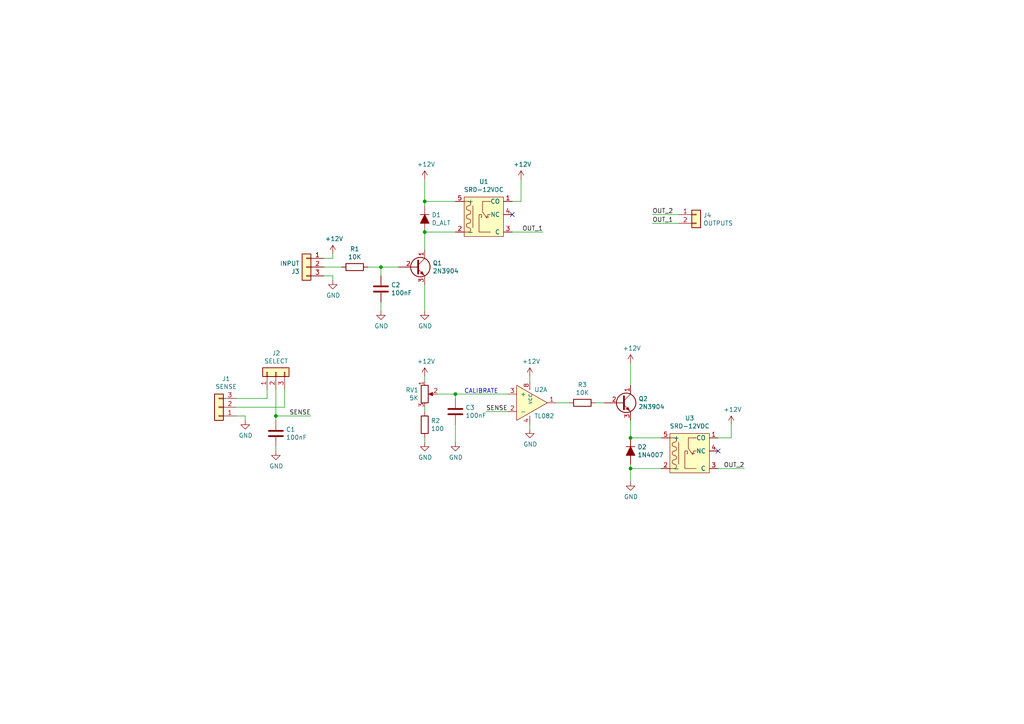
<source format=kicad_sch>
(kicad_sch (version 20211123) (generator eeschema)
  (paper "A4")
  (title_block (title "CONTROL DE BOMBAS DE GASOLINA") (date "2020-03-18") (rev "V 1.0.0") (company "MAYKOLREY.COM"))
  (lib_symbols
    (symbol "Connector_Generic:Conn_01x02" (pin_names (offset 1.016) hide)
      (property "Reference" "J" (at 0 2.54 0))
      (property "Value" "Conn_01x02" (at 0 -5.08 0))
      (symbol "Conn_01x02_1_1"
        (rectangle (start -1.27 -2.413) (end 0 -2.667) (stroke (width 0.1524)))
        (rectangle (start -1.27 0.127) (end 0 -0.127) (stroke (width 0.1524)))
        (rectangle (start -1.27 1.27) (end 1.27 -3.81) (stroke (width 0.254)) (fill (type background)))
        (pin passive line (at -5.08 0 0) (length 3.81) (name "Pin_1") (number "1"))
        (pin passive line (at -5.08 -2.54 0) (length 3.81) (name "Pin_2") (number "2"))
      )
    )
    (symbol "Connector_Generic:Conn_01x03" (pin_names (offset 1.016) hide)
      (property "Reference" "J" (at 0 5.08 0))
      (property "Value" "Conn_01x03" (at 0 -5.08 0))
      (symbol "Conn_01x03_1_1"
        (rectangle (start -1.27 -2.413) (end 0 -2.667) (stroke (width 0.1524)))
        (rectangle (start -1.27 0.127) (end 0 -0.127) (stroke (width 0.1524)))
        (rectangle (start -1.27 2.667) (end 0 2.413) (stroke (width 0.1524)))
        (rectangle (start -1.27 3.81) (end 1.27 -3.81) (stroke (width 0.254)) (fill (type background)))
        (pin passive line (at -5.08 2.54 0) (length 3.81) (name "Pin_1") (number "1"))
        (pin passive line (at -5.08 0 0) (length 3.81) (name "Pin_2") (number "2"))
        (pin passive line (at -5.08 -2.54 0) (length 3.81) (name "Pin_3") (number "3"))
      )
    )
    (symbol "Device:C" (pin_numbers hide) (pin_names (offset 0.254))
      (property "Reference" "C" (at 0.635 2.54 0))
      (property "Value" "C" (at 0.635 -2.54 0))
      (symbol "C_0_1"
        (polyline (pts (xy -2.032 -0.762) (xy 2.032 -0.762)) (stroke (width 0.508)))
        (polyline (pts (xy -2.032 0.762) (xy 2.032 0.762)) (stroke (width 0.508)))
      )
      (symbol "C_1_1"
        (pin passive line (at 0 3.81 270) (length 2.794) (name "~") (number "1"))
        (pin passive line (at 0 -3.81 90) (length 2.794) (name "~") (number "2"))
      )
    )
    (symbol "Device:Q_NPN_CBE" (pin_names (offset 0) hide)
      (property "Reference" "Q" (at 5.08 1.27 0))
      (property "Value" "Q_NPN_CBE" (at 5.08 -1.27 0))
      (symbol "Q_NPN_CBE_0_1"
        (polyline (pts (xy 0.635 0.635) (xy 2.54 2.54)))
        (polyline (pts (xy 0.635 -0.635) (xy 2.54 -2.54) (xy 2.54 -2.54)))
        (polyline (pts (xy 0.635 1.905) (xy 0.635 -1.905) (xy 0.635 -1.905)) (stroke (width 0.508)))
        (polyline (pts (xy 1.27 -1.778) (xy 1.778 -1.27) (xy 2.286 -2.286) (xy 1.27 -1.778) (xy 1.27 -1.778)) (fill (type outline)))
        (circle (center 1.27 0) (radius 2.8194) (stroke (width 0.254)))
      )
      (symbol "Q_NPN_CBE_1_1"
        (pin passive line (at 2.54 5.08 270) (length 2.54) (name "C") (number "1"))
        (pin input line (at -5.08 0 0) (length 5.715) (name "B") (number "2"))
        (pin passive line (at 2.54 -5.08 90) (length 2.54) (name "E") (number "3"))
      )
    )
    (symbol "Device:R" (pin_numbers hide) (pin_names (offset 0))
      (property "Reference" "R" (at 2.032 0 90))
      (property "Value" "R" (at 0 0 90))
      (symbol "R_0_1"
        (rectangle (start -1.016 -2.54) (end 1.016 2.54) (stroke (width 0.254)))
      )
      (symbol "R_1_1"
        (pin passive line (at 0 3.81 270) (length 1.27) (name "~") (number "1"))
        (pin passive line (at 0 -3.81 90) (length 1.27) (name "~") (number "2"))
      )
    )
    (symbol "controlDeBombas-rescue:D_ALT-Device" (pin_numbers hide) (pin_names (offset 1.016) hide)
      (property "Reference" "D" (at 0 2.54 0))
      (property "Value" "D_ALT-Device" (at 0 -2.54 0))
      (symbol "D_ALT-Device_0_1"
        (polyline (pts (xy -1.27 1.27) (xy -1.27 -1.27)) (stroke (width 0.2032)))
        (polyline (pts (xy 1.27 0) (xy -1.27 0)))
        (polyline (pts (xy 1.27 1.27) (xy 1.27 -1.27) (xy -1.27 0) (xy 1.27 1.27)) (stroke (width 0.2032)) (fill (type outline)))
      )
      (symbol "D_ALT-Device_1_1"
        (pin passive line (at -3.81 0 0) (length 2.54) (name "K") (number "1"))
        (pin passive line (at 3.81 0 180) (length 2.54) (name "A") (number "2"))
      )
    )
    (symbol "controlDeBombas-rescue:R_POT-Device" (pin_names (offset 1.016) hide)
      (property "Reference" "RV" (at -4.445 0 90))
      (property "Value" "R_POT-Device" (at -2.54 0 90))
      (symbol "R_POT-Device_0_1"
        (polyline (pts (xy 2.54 0) (xy 1.524 0)))
        (polyline (pts (xy 1.143 0) (xy 2.286 0.508) (xy 2.286 -0.508) (xy 1.143 0)) (fill (type outline)))
        (rectangle (start 1.016 2.54) (end -1.016 -2.54) (stroke (width 0.254)))
      )
      (symbol "R_POT-Device_1_1"
        (pin passive line (at 0 3.81 270) (length 1.27) (name "1") (number "1"))
        (pin passive line (at 3.81 0 180) (length 1.27) (name "2") (number "2"))
        (pin passive line (at 0 -3.81 90) (length 1.27) (name "3") (number "3"))
      )
    )
    (symbol "controlDeBombas-rescue:SRD-XXVDC-Mss_devices" (pin_names (offset 1.016))
      (property "Reference" "U" (at -2.54 -7.62 0))
      (property "Value" "SRD-XXVDC-Mss_devices" (at 0.8128 6.4008 0))
      (symbol "SRD-XXVDC-Mss_devices_0_1"
        (rectangle (start -5.08 5.08) (end 6.35 -6.35) (fill (type background)))
        (arc (start -3.81 -5.08) (mid -3.175 -4.445) (end -3.81 -3.81))
        (arc (start -3.81 -2.54) (mid -4.445 -3.175) (end -3.81 -3.81))
        (arc (start -3.81 -2.54) (mid -3.175 -1.905) (end -3.81 -1.27))
        (arc (start -3.81 0) (mid -4.445 -0.635) (end -3.81 -1.27))
        (arc (start -3.81 0) (mid -3.175 0.635) (end -3.81 1.27))
        (arc (start -3.81 2.54) (mid -4.445 1.905) (end -3.81 1.27))
        (arc (start -3.81 2.54) (mid -3.175 3.175) (end -3.81 3.81))
        (polyline (pts (xy -5.08 -5.08) (xy -3.81 -5.08)))
        (polyline (pts (xy -5.08 3.81) (xy -3.81 3.81)))
        (polyline (pts (xy -2.54 2.54) (xy -2.54 -3.81)))
        (polyline (pts (xy 0 -0.762) (xy -0.254 -0.762)))
        (polyline (pts (xy 1.4732 -0.8128) (xy 1.4224 -0.7112)))
        (polyline (pts (xy 1.778 -0.762) (xy 2.032 -0.762)))
        (polyline (pts (xy 2.286 3.81) (xy 2.54 3.81)))
        (polyline (pts (xy 1.2192 -0.6096) (xy 1.524 -0.6096) (xy 1.524 -1.016)))
        (polyline (pts (xy 1.778 -0.762) (xy 1.778 0) (xy 2.54 0)))
        (polyline (pts (xy 2.286 3.81) (xy 0.254 3.81) (xy 0.254 0.762) (xy 1.524 -1.016)))
        (polyline (pts (xy 0 -0.762) (xy 0 0) (xy -0.762 0) (xy -0.762 -5.08) (xy 2.54 -5.08)))
      )
      (symbol "SRD-XXVDC-Mss_devices_1_1"
        (pin output line (at 8.89 3.81 180) (length 2.54) (name "CO") (number "1"))
        (pin output line (at -7.62 -5.08 0) (length 2.54) (name "-") (number "2"))
        (pin output line (at 8.89 -5.08 180) (length 2.54) (name "C") (number "3"))
        (pin output line (at 8.89 0 180) (length 2.54) (name "NC") (number "4"))
        (pin output line (at -7.62 3.81 0) (length 2.54) (name "+") (number "5"))
      )
    )
    (symbol "controlDeBombas-rescue:TL082-Mss_devices" (pin_names (offset 1.016))
      (property "Reference" "U" (at 2.54 -2.54 0))
      (property "Value" "TL082-Mss_devices" (at 3.81 5.08 0))
      (symbol "TL082-Mss_devices_0_0"
        (pin input line (at 0 -6.35 90) (length 2.54) (name "~") (number "4"))
        (pin input line (at 0 6.35 270) (length 2.54) (name "vcc") (number "8"))
      )
      (symbol "TL082-Mss_devices_0_1"
        (polyline (pts (xy -3.81 5.08) (xy -3.81 -5.08) (xy 5.08 0) (xy -3.81 5.08)) (fill (type background)))
      )
      (symbol "TL082-Mss_devices_1_1"
        (pin output line (at 7.62 0 180) (length 2.54) (name "~") (number "1"))
        (pin input line (at -6.35 -2.54 0) (length 2.54) (name "-") (number "2"))
        (pin input line (at -6.35 2.54 0) (length 2.54) (name "+") (number "3"))
      )
      (symbol "TL082-Mss_devices_2_1"
        (pin input line (at -6.35 2.54 0) (length 2.54) (name "+") (number "5"))
        (pin input line (at -6.35 -2.54 0) (length 2.54) (name "-") (number "6"))
        (pin output line (at 7.62 0 180) (length 2.54) (name "~") (number "7"))
      )
    )
    (symbol "power:+12V" (power) (pin_names (offset 0))
      (property "Value" "+12V" (at 0 3.556 0))
      (symbol "+12V_0_1"
        (polyline (pts (xy -0.762 1.27) (xy 0 2.54)))
        (polyline (pts (xy 0 0) (xy 0 2.54)))
        (polyline (pts (xy 0 2.54) (xy 0.762 1.27)))
      )
      (symbol "+12V_1_1"
        (pin power_in line (at 0 0 90) (length 0) hide (name "+12V") (number "1"))
      )
    )
    (symbol "power:GND" (power) (pin_names (offset 0))
      (property "Value" "GND" (at 0 -3.81 0))
      (symbol "GND_0_1"
        (polyline (pts (xy 0 0) (xy 0 -1.27) (xy 1.27 -1.27) (xy 0 -2.54) (xy -1.27 -1.27) (xy 0 -1.27)))
      )
      (symbol "GND_1_1"
        (pin power_in line (at 0 0 270) (length 0) hide (name "GND") (number "1"))
      )
    )
  )
  (junction (at 123.19 67.31))
  (junction (at 123.19 58.42))
  (junction (at 132.08 114.3))
  (junction (at 110.49 77.47))
  (junction (at 182.88 127))
  (junction (at 182.88 135.89))
  (junction (at 80.01 120.65))
  (no_connect (at 208.28 130.81))
  (no_connect (at 148.59 62.23))
  (wire (pts (xy 77.47 115.57) (xy 77.47 113.03)))
  (wire (pts (xy 153.67 123.19) (xy 153.67 124.46)))
  (wire (pts (xy 189.23 62.23) (xy 196.85 62.23)))
  (wire (pts (xy 71.12 120.65) (xy 71.12 121.92)))
  (wire (pts (xy 123.19 52.07) (xy 123.19 58.42)))
  (wire (pts (xy 182.88 135.89) (xy 182.88 139.7)))
  (wire (pts (xy 132.08 67.31) (xy 123.19 67.31)))
  (wire (pts (xy 93.98 80.01) (xy 96.52 80.01)))
  (wire (pts (xy 151.13 58.42) (xy 148.59 58.42)))
  (wire (pts (xy 110.49 87.63) (xy 110.49 90.17)))
  (wire (pts (xy 208.28 135.89) (xy 215.9 135.89)))
  (wire (pts (xy 123.19 118.11) (xy 123.19 119.38)))
  (wire (pts (xy 123.19 58.42) (xy 123.19 59.69)))
  (wire (pts (xy 132.08 58.42) (xy 123.19 58.42)))
  (wire (pts (xy 99.06 77.47) (xy 93.98 77.47)))
  (wire (pts (xy 189.23 64.77) (xy 196.85 64.77)))
  (wire (pts (xy 212.09 123.19) (xy 212.09 127)))
  (wire (pts (xy 132.08 114.3) (xy 132.08 115.57)))
  (wire (pts (xy 182.88 121.92) (xy 182.88 127)))
  (wire (pts (xy 82.55 113.03) (xy 82.55 118.11)))
  (wire (pts (xy 123.19 109.22) (xy 123.19 110.49)))
  (wire (pts (xy 96.52 74.93) (xy 93.98 74.93)))
  (wire (pts (xy 148.59 67.31) (xy 157.48 67.31)))
  (wire (pts (xy 68.58 120.65) (xy 71.12 120.65)))
  (wire (pts (xy 191.77 127) (xy 182.88 127)))
  (wire (pts (xy 96.52 80.01) (xy 96.52 81.28)))
  (wire (pts (xy 106.68 77.47) (xy 110.49 77.47)))
  (wire (pts (xy 68.58 115.57) (xy 77.47 115.57)))
  (wire (pts (xy 165.1 116.84) (xy 161.29 116.84)))
  (wire (pts (xy 96.52 73.66) (xy 96.52 74.93)))
  (wire (pts (xy 123.19 67.31) (xy 123.19 72.39)))
  (wire (pts (xy 147.32 114.3) (xy 132.08 114.3)))
  (wire (pts (xy 140.97 119.38) (xy 147.32 119.38)))
  (wire (pts (xy 153.67 109.22) (xy 153.67 110.49)))
  (wire (pts (xy 132.08 123.19) (xy 132.08 128.27)))
  (wire (pts (xy 82.55 118.11) (xy 68.58 118.11)))
  (wire (pts (xy 123.19 82.55) (xy 123.19 90.17)))
  (wire (pts (xy 182.88 134.62) (xy 182.88 135.89)))
  (wire (pts (xy 110.49 80.01) (xy 110.49 77.47)))
  (wire (pts (xy 80.01 129.54) (xy 80.01 130.81)))
  (wire (pts (xy 182.88 105.41) (xy 182.88 111.76)))
  (wire (pts (xy 110.49 77.47) (xy 115.57 77.47)))
  (wire (pts (xy 151.13 52.07) (xy 151.13 58.42)))
  (wire (pts (xy 175.26 116.84) (xy 172.72 116.84)))
  (wire (pts (xy 127 114.3) (xy 132.08 114.3)))
  (wire (pts (xy 123.19 127) (xy 123.19 128.27)))
  (wire (pts (xy 191.77 135.89) (xy 182.88 135.89)))
  (wire (pts (xy 80.01 120.65) (xy 90.17 120.65)))
  (wire (pts (xy 80.01 120.65) (xy 80.01 121.92)))
  (wire (pts (xy 212.09 127) (xy 208.28 127)))
  (wire (pts (xy 80.01 113.03) (xy 80.01 120.65)))
  (text "CALIBRATE" (at 134.62 114.3 0) (effects (font (size 1.27 1.27)) (justify left bottom)))
  (label "OUT_2" (at 215.9 135.89 180))
  (label "OUT_1" (at 157.48 67.31 180))
  (label "OUT_2" (at 189.23 62.23 0))
  (label "SENSE" (at 90.17 120.65 180))
  (label "OUT_1" (at 189.23 64.77 0))
  (label "SENSE" (at 140.97 119.38 0))
  (symbol (lib_id "controlDeBombas-rescue:TL082-Mss_devices") (at 153.67 116.84 0) (unit 1)
    (property "Reference" "U2" (at 154.94 113.03 0) (effects (justify left)))
    (property "Value" "TL082" (at 154.94 120.65 0) (effects (justify left)))
    (property "Footprint" "Package_DIP:DIP-8_W7.62mm" (effects hide))
    (property "Datasheet" "https://www.ti.com/lit/ds/symlink/tl082-n.pdf" (effects hide))
  )
  (symbol (lib_id "Device:Q_NPN_CBE") (at 120.65 77.47 0) (unit 1)
    (property "Reference" "Q1" (at 125.476 76.3016 0) (effects (justify left)))
    (property "Value" "2N3904" (at 125.476 78.613 0) (effects (justify left)))
    (property "Footprint" "Package_TO_SOT_THT:TO-92_HandSolder" (effects hide))
  )
  (symbol (lib_id "Connector_Generic:Conn_01x03") (at 88.9 77.47 0) (mirror y) (unit 1)
    (property "Reference" "J3" (at 86.8934 78.74 0) (effects (justify left)))
    (property "Value" "INPUT" (at 86.8934 76.4286 0) (effects (justify left)))
    (property "Footprint" "TerminalBlock_RND:TerminalBlock_RND_205-00046_1x03_P5.00mm_Horizontal" (effects hide))
  )
  (symbol (lib_id "power:GND") (at 96.52 81.28 0) (unit 1)
    (property "Reference" "#PWR04" (effects hide))
    (property "Value" "GND" (at 96.647 85.6742 0))
  )
  (symbol (lib_id "Device:C") (at 110.49 83.82 0) (unit 1)
    (property "Reference" "C2" (at 113.411 82.6516 0) (effects (justify left)))
    (property "Value" "100nF" (at 113.411 84.963 0) (effects (justify left)))
    (property "Footprint" "Capacitor_THT:C_Disc_D5.0mm_W2.5mm_P5.00mm" (effects hide))
  )
  (symbol (lib_id "power:GND") (at 110.49 90.17 0) (unit 1)
    (property "Reference" "#PWR05" (effects hide))
    (property "Value" "GND" (at 110.617 94.5642 0))
  )
  (symbol (lib_id "power:GND") (at 123.19 90.17 0) (unit 1)
    (property "Reference" "#PWR07" (effects hide))
    (property "Value" "GND" (at 123.317 94.5642 0))
  )
  (symbol (lib_id "Device:R") (at 102.87 77.47 270) (unit 1)
    (property "Reference" "R1" (at 102.87 72.2122 90))
    (property "Value" "10K" (at 102.87 74.5236 90))
    (property "Footprint" "Resistor_THT:R_Axial_DIN0411_L9.9mm_D3.6mm_P15.24mm_Horizontal" (effects hide))
  )
  (symbol (lib_id "controlDeBombas-rescue:D_ALT-Device") (at 123.19 63.5 270) (unit 1)
    (property "Reference" "D1" (at 125.1966 62.3316 90) (effects (justify left)))
    (property "Value" "D_ALT" (at 125.1966 64.643 90) (effects (justify left)))
    (property "Footprint" "Diode_THT:D_A-405_P10.16mm_Horizontal" (effects hide))
  )
  (symbol (lib_id "power:+12V") (at 123.19 52.07 0) (unit 1)
    (property "Reference" "#PWR06" (effects hide))
    (property "Value" "+12V" (at 123.571 47.6758 0))
  )
  (symbol (lib_id "Connector_Generic:Conn_01x02") (at 201.93 62.23 0) (unit 1)
    (property "Reference" "J4" (at 203.962 62.4332 0) (effects (justify left)))
    (property "Value" "OUTPUTS" (at 203.962 64.7446 0) (effects (justify left)))
    (property "Footprint" "TerminalBlock_RND:TerminalBlock_RND_205-00045_1x02_P5.00mm_Horizontal" (effects hide))
  )
  (symbol (lib_id "power:+12V") (at 153.67 109.22 0) (unit 1)
    (property "Reference" "#PWR012" (effects hide))
    (property "Value" "+12V" (at 154.051 104.8258 0))
  )
  (symbol (lib_id "Device:C") (at 132.08 119.38 0) (unit 1)
    (property "Reference" "C3" (at 135.001 118.2116 0) (effects (justify left)))
    (property "Value" "100nF" (at 135.001 120.523 0) (effects (justify left)))
    (property "Footprint" "Capacitor_THT:C_Disc_D5.0mm_W2.5mm_P5.00mm" (effects hide))
  )
  (symbol (lib_id "controlDeBombas-rescue:R_POT-Device") (at 123.19 114.3 0) (unit 1)
    (property "Reference" "RV1" (at 121.412 113.1316 0) (effects (justify right)))
    (property "Value" "5K" (at 121.412 115.443 0) (effects (justify right)))
    (property "Footprint" "Potentiometer_THT:Potentiometer_Bourns_3266W_Vertical" (effects hide))
  )
  (symbol (lib_id "power:+12V") (at 123.19 109.22 0) (unit 1)
    (property "Reference" "#PWR08" (effects hide))
    (property "Value" "+12V" (at 123.571 104.8258 0))
  )
  (symbol (lib_id "Device:R") (at 123.19 123.19 0) (unit 1)
    (property "Reference" "R2" (at 124.968 122.0216 0) (effects (justify left)))
    (property "Value" "100" (at 124.968 124.333 0) (effects (justify left)))
    (property "Footprint" "Resistor_THT:R_Axial_DIN0411_L9.9mm_D3.6mm_P15.24mm_Horizontal" (effects hide))
  )
  (symbol (lib_id "power:GND") (at 123.19 128.27 0) (unit 1)
    (property "Reference" "#PWR09" (effects hide))
    (property "Value" "GND" (at 123.317 132.6642 0))
  )
  (symbol (lib_id "power:GND") (at 132.08 128.27 0) (unit 1)
    (property "Reference" "#PWR010" (effects hide))
    (property "Value" "GND" (at 132.207 132.6642 0))
  )
  (symbol (lib_id "power:GND") (at 153.67 124.46 0) (unit 1)
    (property "Reference" "#PWR013" (effects hide))
    (property "Value" "GND" (at 153.797 128.8542 0))
  )
  (symbol (lib_id "Device:R") (at 168.91 116.84 270) (unit 1)
    (property "Reference" "R3" (at 168.91 111.5822 90))
    (property "Value" "10K" (at 168.91 113.8936 90))
    (property "Footprint" "Resistor_THT:R_Axial_DIN0411_L9.9mm_D3.6mm_P15.24mm_Horizontal" (effects hide))
  )
  (symbol (lib_id "Device:Q_NPN_CBE") (at 180.34 116.84 0) (unit 1)
    (property "Reference" "Q2" (at 185.166 115.6716 0) (effects (justify left)))
    (property "Value" "2N3904" (at 185.166 117.983 0) (effects (justify left)))
    (property "Footprint" "Package_TO_SOT_THT:TO-92_HandSolder" (effects hide))
  )
  (symbol (lib_id "power:+12V") (at 182.88 105.41 0) (unit 1)
    (property "Reference" "#PWR014" (effects hide))
    (property "Value" "+12V" (at 183.261 101.0158 0))
  )
  (symbol (lib_id "controlDeBombas-rescue:D_ALT-Device") (at 182.88 130.81 270) (unit 1)
    (property "Reference" "D2" (at 184.8866 129.6416 90) (effects (justify left)))
    (property "Value" "1N4007" (at 184.8866 131.953 90) (effects (justify left)))
    (property "Footprint" "Diode_THT:D_A-405_P10.16mm_Horizontal" (effects hide))
  )
  (symbol (lib_id "power:GND") (at 182.88 139.7 0) (unit 1)
    (property "Reference" "#PWR015" (effects hide))
    (property "Value" "GND" (at 183.007 144.0942 0))
  )
  (symbol (lib_id "Connector_Generic:Conn_01x03") (at 63.5 118.11 180) (unit 1)
    (property "Reference" "J1" (at 65.5828 109.855 0))
    (property "Value" "SENSE" (at 65.5828 112.1664 0))
    (property "Footprint" "TerminalBlock_RND:TerminalBlock_RND_205-00046_1x03_P5.00mm_Horizontal" (effects hide))
  )
  (symbol (lib_id "Connector_Generic:Conn_01x03") (at 80.01 107.95 90) (unit 1)
    (property "Reference" "J2" (at 80.1116 102.4382 90))
    (property "Value" "SELECT" (at 80.1116 104.7496 90))
    (property "Footprint" "Connector_PinHeader_2.54mm:PinHeader_1x03_P2.54mm_Vertical" (effects hide))
  )
  (symbol (lib_id "power:GND") (at 71.12 121.92 0) (unit 1)
    (property "Reference" "#PWR01" (effects hide))
    (property "Value" "GND" (at 71.247 126.3142 0))
  )
  (symbol (lib_id "Device:C") (at 80.01 125.73 0) (unit 1)
    (property "Reference" "C1" (at 82.931 124.5616 0) (effects (justify left)))
    (property "Value" "100nF" (at 82.931 126.873 0) (effects (justify left)))
    (property "Footprint" "Capacitor_THT:C_Disc_D5.0mm_W2.5mm_P5.00mm" (effects hide))
  )
  (symbol (lib_id "power:GND") (at 80.01 130.81 0) (unit 1)
    (property "Reference" "#PWR02" (effects hide))
    (property "Value" "GND" (at 80.137 135.2042 0))
  )
  (symbol (lib_id "power:+12V") (at 96.52 73.66 0) (unit 1)
    (property "Reference" "#PWR03" (effects hide))
    (property "Value" "+12V" (at 96.901 69.2658 0))
  )
  (symbol (lib_id "controlDeBombas-rescue:SRD-XXVDC-Mss_devices") (at 139.7 62.23 0) (unit 1)
    (property "Reference" "U1" (at 140.335 52.705 0))
    (property "Value" "SRD-12VDC" (at 140.335 55.0164 0))
    (property "Footprint" "Relay_THT:Relay_SPDT_SANYOU_SRD_Series_Form_C" (effects hide))
    (property "Datasheet" "http://www.datasheet.es/download.php?id=720554" (effects hide))
  )
  (symbol (lib_id "controlDeBombas-rescue:SRD-XXVDC-Mss_devices") (at 199.39 130.81 0) (unit 1)
    (property "Reference" "U3" (at 200.025 121.285 0))
    (property "Value" "SRD-12VDC" (at 200.025 123.5964 0))
    (property "Footprint" "Relay_THT:Relay_SPDT_SANYOU_SRD_Series_Form_C" (effects hide))
    (property "Datasheet" "http://www.datasheet.es/download.php?id=720554" (effects hide))
  )
  (symbol (lib_id "power:+12V") (at 151.13 52.07 0) (unit 1)
    (property "Reference" "#PWR011" (effects hide))
    (property "Value" "+12V" (at 151.511 47.6758 0))
  )
  (symbol (lib_id "power:+12V") (at 212.09 123.19 0) (unit 1)
    (property "Reference" "#PWR016" (effects hide))
    (property "Value" "+12V" (at 212.471 118.7958 0))
  )
)
</source>
